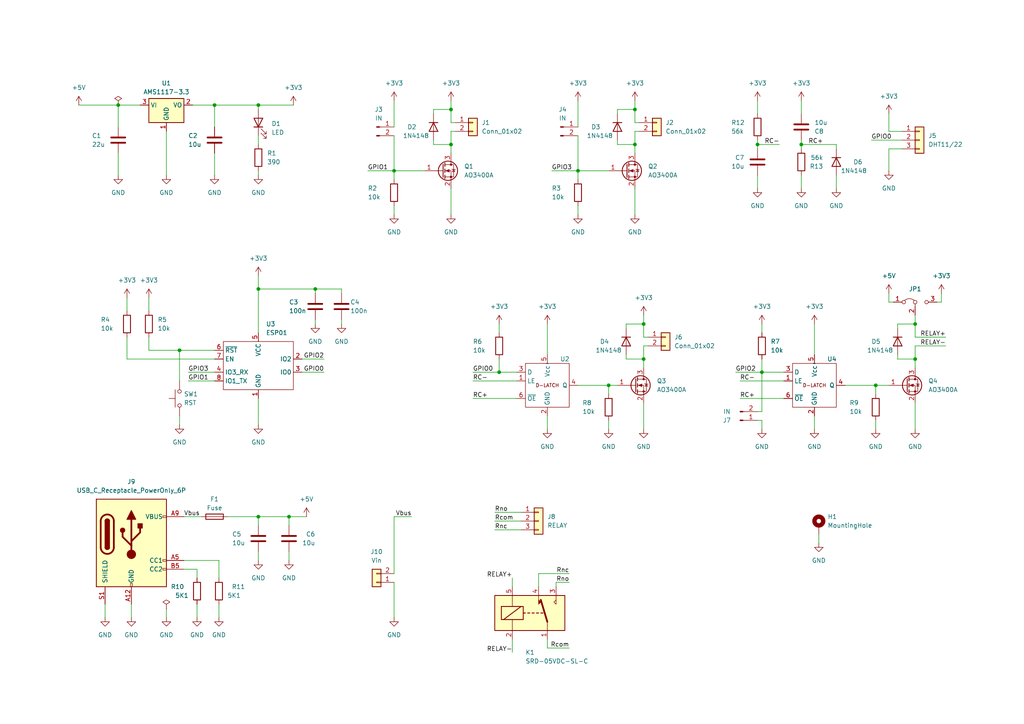
<source format=kicad_sch>
(kicad_sch (version 20230121) (generator eeschema)
  (paper "A4")
  (title_block (title "ESP01 Board") (date "2024-06-12") (rev "Rev 1.0") (company "Alan Masutti"))
  (lib_symbols
    (symbol "Connector:Conn_01x02_Pin" (pin_names (offset 1.016) hide)
      (property "Reference" "J" (at 0 2.54 0))
      (property "Value" "Conn_01x02_Pin" (at 0 -5.08 0))
      (symbol "Conn_01x02_Pin_1_1"
        (polyline (pts (xy 1.27 -2.54) (xy 0.8636 -2.54)) (stroke (width 0.1524)))
        (polyline (pts (xy 1.27 0) (xy 0.8636 0)) (stroke (width 0.1524)))
        (rectangle (start 0.8636 -2.413) (end 0 -2.667) (stroke (width 0.1524)) (fill (type outline)))
        (rectangle (start 0.8636 0.127) (end 0 -0.127) (stroke (width 0.1524)) (fill (type outline)))
        (pin passive line (at 5.08 0 180) (length 3.81) (name "Pin_1") (number "1"))
        (pin passive line (at 5.08 -2.54 180) (length 3.81) (name "Pin_2") (number "2"))
      )
    )
    (symbol "Connector:USB_C_Receptacle_PowerOnly_6P" (pin_names (offset 1.016))
      (property "Reference" "J" (at 0 16.51 0))
      (property "Value" "USB_C_Receptacle_PowerOnly_6P" (at 0 13.97 0))
      (symbol "USB_C_Receptacle_PowerOnly_6P_0_0"
        (rectangle (start -0.254 -12.7) (end 0.254 -11.684))
        (rectangle (start 10.16 -7.366) (end 9.144 -7.874))
        (rectangle (start 10.16 -4.826) (end 9.144 -5.334))
        (rectangle (start 10.16 7.874) (end 9.144 7.366))
      )
      (symbol "USB_C_Receptacle_PowerOnly_6P_0_1"
        (rectangle (start -10.16 12.7) (end 10.16 -12.7) (stroke (width 0.254)) (fill (type background)))
        (arc (start -8.89 -1.27) (mid -6.985 -3.1667) (end -5.08 -1.27) (stroke (width 0.508)))
        (arc (start -7.62 -1.27) (mid -6.985 -1.9023) (end -6.35 -1.27) (stroke (width 0.254)))
        (arc (start -7.62 -1.27) (mid -6.985 -1.9023) (end -6.35 -1.27) (stroke (width 0.254)) (fill (type outline)))
        (rectangle (start -7.62 -1.27) (end -6.35 6.35) (stroke (width 0.254)) (fill (type outline)))
        (arc (start -6.35 6.35) (mid -6.985 6.9823) (end -7.62 6.35) (stroke (width 0.254)))
        (arc (start -6.35 6.35) (mid -6.985 6.9823) (end -7.62 6.35) (stroke (width 0.254)) (fill (type outline)))
        (arc (start -5.08 6.35) (mid -6.985 8.2467) (end -8.89 6.35) (stroke (width 0.508)))
        (circle (center -2.54 3.683) (radius 0.635) (stroke (width 0.254)) (fill (type outline)))
        (circle (center 0 -3.302) (radius 1.27) (fill (type outline)))
        (polyline (pts (xy -8.89 -1.27) (xy -8.89 6.35)) (stroke (width 0.508)))
        (polyline (pts (xy -5.08 6.35) (xy -5.08 -1.27)) (stroke (width 0.508)))
        (polyline (pts (xy 0 -3.302) (xy 0 6.858)) (stroke (width 0.508)))
        (polyline (pts (xy 0 -0.762) (xy -2.54 1.778) (xy -2.54 3.048)) (stroke (width 0.508)))
        (polyline (pts (xy 0 0.508) (xy 2.54 3.048) (xy 2.54 4.318)) (stroke (width 0.508)))
        (polyline (pts (xy -1.27 6.858) (xy 0 9.398) (xy 1.27 6.858) (xy -1.27 6.858)) (stroke (width 0.254)) (fill (type outline)))
        (rectangle (start 1.905 4.318) (end 3.175 5.588) (stroke (width 0.254)) (fill (type outline)))
      )
      (symbol "USB_C_Receptacle_PowerOnly_6P_1_1"
        (pin passive line (at 0 -17.78 90) (length 5.08) (name "GND") (number "A12"))
        (pin bidirectional line (at 15.24 -5.08 180) (length 5.08) (name "CC1") (number "A5"))
        (pin passive line (at 15.24 7.62 180) (length 5.08) (name "VBUS") (number "A9"))
        (pin passive line (at 0 -17.78 90) (length 5.08) hide (name "GND") (number "B12"))
        (pin bidirectional line (at 15.24 -7.62 180) (length 5.08) (name "CC2") (number "B5"))
        (pin passive line (at 15.24 7.62 180) (length 5.08) hide (name "VBUS") (number "B9"))
        (pin passive line (at -7.62 -17.78 90) (length 5.08) (name "SHIELD") (number "S1"))
      )
    )
    (symbol "Connector_Generic:Conn_01x02" (pin_names (offset 1.016) hide)
      (property "Reference" "J" (at 0 2.54 0))
      (property "Value" "Conn_01x02" (at 0 -5.08 0))
      (symbol "Conn_01x02_1_1"
        (rectangle (start -1.27 -2.413) (end 0 -2.667) (stroke (width 0.1524)))
        (rectangle (start -1.27 0.127) (end 0 -0.127) (stroke (width 0.1524)))
        (rectangle (start -1.27 1.27) (end 1.27 -3.81) (stroke (width 0.254)) (fill (type background)))
        (pin passive line (at -5.08 0 0) (length 3.81) (name "Pin_1") (number "1"))
        (pin passive line (at -5.08 -2.54 0) (length 3.81) (name "Pin_2") (number "2"))
      )
    )
    (symbol "Connector_Generic:Conn_01x03" (pin_names (offset 1.016) hide)
      (property "Reference" "J" (at 0 5.08 0))
      (property "Value" "Conn_01x03" (at 0 -5.08 0))
      (symbol "Conn_01x03_1_1"
        (rectangle (start -1.27 -2.413) (end 0 -2.667) (stroke (width 0.1524)))
        (rectangle (start -1.27 0.127) (end 0 -0.127) (stroke (width 0.1524)))
        (rectangle (start -1.27 2.667) (end 0 2.413) (stroke (width 0.1524)))
        (rectangle (start -1.27 3.81) (end 1.27 -3.81) (stroke (width 0.254)) (fill (type background)))
        (pin passive line (at -5.08 2.54 0) (length 3.81) (name "Pin_1") (number "1"))
        (pin passive line (at -5.08 0 0) (length 3.81) (name "Pin_2") (number "2"))
        (pin passive line (at -5.08 -2.54 0) (length 3.81) (name "Pin_3") (number "3"))
      )
    )
    (symbol "Device:C" (pin_numbers hide) (pin_names (offset 0.254))
      (property "Reference" "C" (at 0.635 2.54 0))
      (property "Value" "C" (at 0.635 -2.54 0))
      (symbol "C_0_1"
        (polyline (pts (xy -2.032 -0.762) (xy 2.032 -0.762)) (stroke (width 0.508)))
        (polyline (pts (xy -2.032 0.762) (xy 2.032 0.762)) (stroke (width 0.508)))
      )
      (symbol "C_1_1"
        (pin passive line (at 0 3.81 270) (length 2.794) (name "~") (number "1"))
        (pin passive line (at 0 -3.81 90) (length 2.794) (name "~") (number "2"))
      )
    )
    (symbol "Device:Fuse" (pin_numbers hide) (pin_names (offset 0))
      (property "Reference" "F" (at 2.032 0 90))
      (property "Value" "Fuse" (at -1.905 0 90))
      (symbol "Fuse_0_1"
        (rectangle (start -0.762 -2.54) (end 0.762 2.54) (stroke (width 0.254)))
        (polyline (pts (xy 0 2.54) (xy 0 -2.54)))
      )
      (symbol "Fuse_1_1"
        (pin passive line (at 0 3.81 270) (length 1.27) (name "~") (number "1"))
        (pin passive line (at 0 -3.81 90) (length 1.27) (name "~") (number "2"))
      )
    )
    (symbol "Device:LED" (pin_numbers hide) (pin_names (offset 1.016) hide)
      (property "Reference" "D" (at 0 2.54 0))
      (property "Value" "LED" (at 0 -2.54 0))
      (symbol "LED_0_1"
        (polyline (pts (xy -1.27 -1.27) (xy -1.27 1.27)) (stroke (width 0.254)))
        (polyline (pts (xy -1.27 0) (xy 1.27 0)))
        (polyline (pts (xy 1.27 -1.27) (xy 1.27 1.27) (xy -1.27 0) (xy 1.27 -1.27)) (stroke (width 0.254)))
        (polyline (pts (xy -3.048 -0.762) (xy -4.572 -2.286) (xy -3.81 -2.286) (xy -4.572 -2.286) (xy -4.572 -1.524)))
        (polyline (pts (xy -1.778 -0.762) (xy -3.302 -2.286) (xy -2.54 -2.286) (xy -3.302 -2.286) (xy -3.302 -1.524)))
      )
      (symbol "LED_1_1"
        (pin passive line (at -3.81 0 0) (length 2.54) (name "K") (number "1"))
        (pin passive line (at 3.81 0 180) (length 2.54) (name "A") (number "2"))
      )
    )
    (symbol "Device:R" (pin_numbers hide) (pin_names (offset 0))
      (property "Reference" "R" (at 2.032 0 90))
      (property "Value" "R" (at 0 0 90))
      (symbol "R_0_1"
        (rectangle (start -1.016 -2.54) (end 1.016 2.54) (stroke (width 0.254)))
      )
      (symbol "R_1_1"
        (pin passive line (at 0 3.81 270) (length 1.27) (name "~") (number "1"))
        (pin passive line (at 0 -3.81 90) (length 1.27) (name "~") (number "2"))
      )
    )
    (symbol "Diode:1N4148" (pin_numbers hide) (pin_names hide)
      (property "Reference" "D" (at 0 2.54 0))
      (property "Value" "1N4148" (at 0 -2.54 0))
      (symbol "1N4148_0_1"
        (polyline (pts (xy -1.27 1.27) (xy -1.27 -1.27)) (stroke (width 0.254)))
        (polyline (pts (xy 1.27 0) (xy -1.27 0)))
        (polyline (pts (xy 1.27 1.27) (xy 1.27 -1.27) (xy -1.27 0) (xy 1.27 1.27)) (stroke (width 0.254)))
      )
      (symbol "1N4148_1_1"
        (pin passive line (at -3.81 0 0) (length 2.54) (name "K") (number "1"))
        (pin passive line (at 3.81 0 180) (length 2.54) (name "A") (number "2"))
      )
    )
    (symbol "Jumper:Jumper_3_Bridged12" (pin_names (offset 0) hide)
      (property "Reference" "JP" (at -2.54 -2.54 0))
      (property "Value" "Jumper_3_Bridged12" (at 0 2.794 0))
      (symbol "Jumper_3_Bridged12_0_0"
        (circle (center -3.302 0) (radius 0.508))
        (circle (center 0 0) (radius 0.508))
        (circle (center 3.302 0) (radius 0.508))
      )
      (symbol "Jumper_3_Bridged12_0_1"
        (arc (start -0.254 0.508) (mid -1.651 0.9912) (end -3.048 0.508))
        (polyline (pts (xy 0 -1.27) (xy 0 -0.508)))
      )
      (symbol "Jumper_3_Bridged12_1_1"
        (pin passive line (at -6.35 0 0) (length 2.54) (name "A") (number "1"))
        (pin passive line (at 0 -3.81 90) (length 2.54) (name "C") (number "2"))
        (pin passive line (at 6.35 0 180) (length 2.54) (name "B") (number "3"))
      )
    )
    (symbol "Mechanical:MountingHole_Pad" (pin_numbers hide) (pin_names (offset 1.016) hide)
      (property "Reference" "H" (at 0 6.35 0))
      (property "Value" "MountingHole_Pad" (at 0 4.445 0))
      (symbol "MountingHole_Pad_0_1"
        (circle (center 0 1.27) (radius 1.27) (stroke (width 1.27)))
      )
      (symbol "MountingHole_Pad_1_1"
        (pin input line (at 0 -2.54 90) (length 2.54) (name "1") (number "1"))
      )
    )
    (symbol "PersonalLibrary:74AUP1G373"
      (property "Reference" "U" (at 6.35 2.54 0))
      (symbol "74AUP1G373_0_1"
        (rectangle (start -6.35 0) (end 6.35 -12.7))
      )
      (symbol "74AUP1G373_1_1"
        (text "D-LATCH" (at 0 -6.35 0) (effects (font (size 1 1))))
        (pin input line (at -8.89 -5.08 0) (length 2.54) (name "LE") (number "1"))
        (pin power_in line (at 0 -15.24 90) (length 2.54) (name "GND") (number "2"))
        (pin input line (at -8.89 -2.54 0) (length 2.54) (name "D") (number "3"))
        (pin output line (at 8.89 -6.35 180) (length 2.54) (name "Q") (number "4"))
        (pin power_in line (at 0 2.54 270) (length 2.54) (name "Vcc") (number "5"))
        (pin input line (at -8.89 -10.16 0) (length 2.54) (name "~{OE}") (number "6"))
      )
    )
    (symbol "PersonalLibrary:ESP-01"
      (property "Reference" "U" (at 3.81 3.81 0))
      (property "Value" "ESP01" (at 6.35 1.27 0))
      (symbol "ESP-01_0_1"
        (rectangle (start -10.16 0) (end 10.16 -13.97))
      )
      (symbol "ESP-01_1_1"
        (pin power_in line (at 0 -16.51 90) (length 2.54) (name "GND") (number "1"))
        (pin bidirectional line (at 12.7 -5.08 180) (length 2.54) (name "IO2") (number "2"))
        (pin bidirectional line (at 12.7 -8.89 180) (length 2.54) (name "IO0") (number "3"))
        (pin bidirectional line (at -12.7 -8.89 0) (length 2.54) (name "IO3_RX") (number "4"))
        (pin power_in line (at 0 2.54 270) (length 2.54) (name "VCC") (number "5"))
        (pin input line (at -12.7 -2.54 0) (length 2.54) (name "~{RST}") (number "6"))
        (pin input line (at -12.7 -5.08 0) (length 2.54) (name "EN") (number "7"))
        (pin bidirectional line (at -12.7 -11.43 0) (length 2.54) (name "IO1_TX") (number "8"))
      )
    )
    (symbol "Regulator_Linear:AMS1117-3.3"
      (property "Reference" "U" (at -3.81 3.175 0))
      (property "Value" "AMS1117-3.3" (at 0 3.175 0))
      (symbol "AMS1117-3.3_0_1"
        (rectangle (start -5.08 -5.08) (end 5.08 1.905) (stroke (width 0.254)) (fill (type background)))
      )
      (symbol "AMS1117-3.3_1_1"
        (pin power_in line (at 0 -7.62 90) (length 2.54) (name "GND") (number "1"))
        (pin power_out line (at 7.62 0 180) (length 2.54) (name "VO") (number "2"))
        (pin power_in line (at -7.62 0 0) (length 2.54) (name "VI") (number "3"))
      )
    )
    (symbol "Relay:SANYOU_SRD_Form_C"
      (property "Reference" "K" (at 11.43 3.81 0))
      (property "Value" "SANYOU_SRD_Form_C" (at 11.43 1.27 0))
      (symbol "SANYOU_SRD_Form_C_0_0"
        (polyline (pts (xy 7.62 5.08) (xy 7.62 2.54) (xy 6.985 3.175) (xy 7.62 3.81)))
      )
      (symbol "SANYOU_SRD_Form_C_0_1"
        (rectangle (start -10.16 5.08) (end 10.16 -5.08) (stroke (width 0.254)) (fill (type background)))
        (rectangle (start -8.255 1.905) (end -1.905 -1.905) (stroke (width 0.254)))
        (polyline (pts (xy -7.62 -1.905) (xy -2.54 1.905)) (stroke (width 0.254)))
        (polyline (pts (xy -5.08 -5.08) (xy -5.08 -1.905)))
        (polyline (pts (xy -5.08 5.08) (xy -5.08 1.905)))
        (polyline (pts (xy -1.905 0) (xy -1.27 0)) (stroke (width 0.254)))
        (polyline (pts (xy -0.635 0) (xy 0 0)) (stroke (width 0.254)))
        (polyline (pts (xy 0.635 0) (xy 1.27 0)) (stroke (width 0.254)))
        (polyline (pts (xy 1.905 0) (xy 2.54 0)) (stroke (width 0.254)))
        (polyline (pts (xy 3.175 0) (xy 3.81 0)) (stroke (width 0.254)))
        (polyline (pts (xy 5.08 -2.54) (xy 3.175 3.81)) (stroke (width 0.508)))
        (polyline (pts (xy 5.08 -2.54) (xy 5.08 -5.08)))
      )
      (symbol "SANYOU_SRD_Form_C_1_1"
        (polyline (pts (xy 2.54 3.81) (xy 3.175 3.175) (xy 2.54 2.54) (xy 2.54 5.08)) (fill (type outline)))
        (pin passive line (at 5.08 -7.62 90) (length 2.54) (name "~") (number "1"))
        (pin passive line (at -5.08 -7.62 90) (length 2.54) (name "~") (number "2"))
        (pin passive line (at 7.62 7.62 270) (length 2.54) (name "~") (number "3"))
        (pin passive line (at 2.54 7.62 270) (length 2.54) (name "~") (number "4"))
        (pin passive line (at -5.08 7.62 270) (length 2.54) (name "~") (number "5"))
      )
    )
    (symbol "Switch:SW_Push" (pin_numbers hide) (pin_names (offset 1.016) hide)
      (property "Reference" "SW" (at 1.27 2.54 0))
      (property "Value" "SW_Push" (at 0 -1.524 0))
      (symbol "SW_Push_0_1"
        (circle (center -2.032 0) (radius 0.508))
        (polyline (pts (xy 0 1.27) (xy 0 3.048)))
        (polyline (pts (xy 2.54 1.27) (xy -2.54 1.27)))
        (circle (center 2.032 0) (radius 0.508))
        (pin passive line (at -5.08 0 0) (length 2.54) (name "1") (number "1"))
        (pin passive line (at 5.08 0 180) (length 2.54) (name "2") (number "2"))
      )
    )
    (symbol "Transistor_FET:AO3400A" (pin_names hide)
      (property "Reference" "Q" (at 5.08 1.905 0))
      (property "Value" "AO3400A" (at 5.08 0 0))
      (symbol "AO3400A_0_1"
        (polyline (pts (xy 0.254 0) (xy -2.54 0)))
        (polyline (pts (xy 0.254 1.905) (xy 0.254 -1.905)) (stroke (width 0.254)))
        (polyline (pts (xy 0.762 -1.27) (xy 0.762 -2.286)) (stroke (width 0.254)))
        (polyline (pts (xy 0.762 0.508) (xy 0.762 -0.508)) (stroke (width 0.254)))
        (polyline (pts (xy 0.762 2.286) (xy 0.762 1.27)) (stroke (width 0.254)))
        (polyline (pts (xy 2.54 2.54) (xy 2.54 1.778)))
        (polyline (pts (xy 2.54 -2.54) (xy 2.54 0) (xy 0.762 0)))
        (polyline (pts (xy 0.762 -1.778) (xy 3.302 -1.778) (xy 3.302 1.778) (xy 0.762 1.778)))
        (polyline (pts (xy 1.016 0) (xy 2.032 0.381) (xy 2.032 -0.381) (xy 1.016 0)) (fill (type outline)))
        (polyline (pts (xy 2.794 0.508) (xy 2.921 0.381) (xy 3.683 0.381) (xy 3.81 0.254)))
        (polyline (pts (xy 3.302 0.381) (xy 2.921 -0.254) (xy 3.683 -0.254) (xy 3.302 0.381)))
        (circle (center 1.651 0) (radius 2.794) (stroke (width 0.254)))
        (circle (center 2.54 -1.778) (radius 0.254) (fill (type outline)))
        (circle (center 2.54 1.778) (radius 0.254) (fill (type outline)))
      )
      (symbol "AO3400A_1_1"
        (pin input line (at -5.08 0 0) (length 2.54) (name "G") (number "1"))
        (pin passive line (at 2.54 -5.08 90) (length 2.54) (name "S") (number "2"))
        (pin passive line (at 2.54 5.08 270) (length 2.54) (name "D") (number "3"))
      )
    )
    (symbol "power:+3V3" (power) (pin_names (offset 0))
      (property "Value" "+3V3" (at 0 3.556 0))
      (symbol "+3V3_0_1"
        (polyline (pts (xy -0.762 1.27) (xy 0 2.54)))
        (polyline (pts (xy 0 0) (xy 0 2.54)))
        (polyline (pts (xy 0 2.54) (xy 0.762 1.27)))
      )
      (symbol "+3V3_1_1"
        (pin power_in line (at 0 0 90) (length 0) hide (name "+3V3") (number "1"))
      )
    )
    (symbol "power:+5V" (power) (pin_names (offset 0))
      (property "Value" "+5V" (at 0 3.556 0))
      (symbol "+5V_0_1"
        (polyline (pts (xy -0.762 1.27) (xy 0 2.54)))
        (polyline (pts (xy 0 0) (xy 0 2.54)))
        (polyline (pts (xy 0 2.54) (xy 0.762 1.27)))
      )
      (symbol "+5V_1_1"
        (pin power_in line (at 0 0 90) (length 0) hide (name "+5V") (number "1"))
      )
    )
    (symbol "power:GND" (power) (pin_names (offset 0))
      (property "Value" "GND" (at 0 -3.81 0))
      (symbol "GND_0_1"
        (polyline (pts (xy 0 0) (xy 0 -1.27) (xy 1.27 -1.27) (xy 0 -2.54) (xy -1.27 -1.27) (xy 0 -1.27)))
      )
      (symbol "GND_1_1"
        (pin power_in line (at 0 0 270) (length 0) hide (name "GND") (number "1"))
      )
    )
    (symbol "power:PWR_FLAG" (power) (pin_numbers hide) (pin_names (offset 0) hide)
      (property "Value" "PWR_FLAG" (at 0 3.81 0))
      (symbol "PWR_FLAG_0_0"
        (pin power_out line (at 0 0 90) (length 0) (name "pwr") (number "1"))
      )
      (symbol "PWR_FLAG_0_1"
        (polyline (pts (xy 0 0) (xy 0 1.27) (xy -1.016 1.905) (xy 0 2.54) (xy 1.016 1.905) (xy 0 1.27)))
      )
    )
  )
  (junction (at 265.43 93.98))
  (junction (at 130.81 31.75))
  (junction (at 62.23 30.48))
  (junction (at 52.07 101.6))
  (junction (at 254 111.76))
  (junction (at 220.98 107.95))
  (junction (at 34.29 30.48))
  (junction (at 167.64 49.53))
  (junction (at 184.15 31.75))
  (junction (at 186.69 93.98))
  (junction (at 186.69 104.14))
  (junction (at 114.3 49.53))
  (junction (at 74.93 149.86))
  (junction (at 91.44 83.82))
  (junction (at 219.71 41.91))
  (junction (at 144.78 107.95))
  (junction (at 176.53 111.76))
  (junction (at 74.93 83.82))
  (junction (at 265.43 104.14))
  (junction (at 74.93 30.48))
  (junction (at 184.15 41.91))
  (junction (at 83.82 149.86))
  (junction (at 130.81 41.91))
  (junction (at 232.41 41.91))
  (wire (pts (xy 260.35 104.14) (xy 265.43 104.14)))
  (wire (pts (xy 232.41 41.91) (xy 232.41 40.64)))
  (wire (pts (xy 130.81 54.61) (xy 130.81 62.23)))
  (wire (pts (xy 265.43 100.33) (xy 265.43 104.14)))
  (wire (pts (xy 184.15 38.1) (xy 184.15 41.91)))
  (wire (pts (xy 48.26 38.1) (xy 48.26 50.8)))
  (wire (pts (xy 259.08 87.63) (xy 257.81 87.63)))
  (wire (pts (xy 62.23 104.14) (xy 36.83 104.14)))
  (wire (pts (xy 34.29 30.48) (xy 34.29 36.83)))
  (wire (pts (xy 91.44 92.71) (xy 91.44 93.98)))
  (wire (pts (xy 176.53 111.76) (xy 179.07 111.76)))
  (wire (pts (xy 74.93 49.53) (xy 74.93 50.8)))
  (wire (pts (xy 176.53 111.76) (xy 176.53 114.3)))
  (wire (pts (xy 219.71 41.91) (xy 219.71 43.18)))
  (wire (pts (xy 186.69 93.98) (xy 186.69 97.79)))
  (wire (pts (xy 186.69 91.44) (xy 186.69 93.98)))
  (wire (pts (xy 167.64 49.53) (xy 176.53 49.53)))
  (wire (pts (xy 261.62 43.18) (xy 257.81 43.18)))
  (wire (pts (xy 245.11 111.76) (xy 254 111.76)))
  (wire (pts (xy 99.06 92.71) (xy 99.06 93.98)))
  (wire (pts (xy 87.63 107.95) (xy 93.98 107.95)))
  (wire (pts (xy 34.29 44.45) (xy 34.29 50.8)))
  (wire (pts (xy 137.16 110.49) (xy 149.86 110.49)))
  (wire (pts (xy 160.02 49.53) (xy 167.64 49.53)))
  (wire (pts (xy 165.1 168.91) (xy 161.29 168.91)))
  (wire (pts (xy 184.15 31.75) (xy 184.15 35.56)))
  (wire (pts (xy 143.51 151.13) (xy 151.13 151.13)))
  (wire (pts (xy 167.64 49.53) (xy 167.64 52.07)))
  (wire (pts (xy 184.15 38.1) (xy 185.42 38.1)))
  (wire (pts (xy 167.64 59.69) (xy 167.64 62.23)))
  (wire (pts (xy 260.35 93.98) (xy 260.35 95.25)))
  (wire (pts (xy 260.35 93.98) (xy 265.43 93.98)))
  (wire (pts (xy 232.41 29.21) (xy 232.41 33.02)))
  (wire (pts (xy 106.68 49.53) (xy 114.3 49.53)))
  (wire (pts (xy 22.86 30.48) (xy 34.29 30.48)))
  (wire (pts (xy 130.81 29.21) (xy 130.81 31.75)))
  (wire (pts (xy 83.82 160.02) (xy 83.82 162.56)))
  (wire (pts (xy 144.78 104.14) (xy 144.78 107.95)))
  (wire (pts (xy 74.93 83.82) (xy 74.93 96.52)))
  (wire (pts (xy 265.43 97.79) (xy 274.32 97.79)))
  (wire (pts (xy 176.53 121.92) (xy 176.53 124.46)))
  (wire (pts (xy 237.49 154.94) (xy 237.49 157.48)))
  (wire (pts (xy 214.63 110.49) (xy 227.33 110.49)))
  (wire (pts (xy 130.81 35.56) (xy 132.08 35.56)))
  (wire (pts (xy 99.06 83.82) (xy 91.44 83.82)))
  (wire (pts (xy 265.43 100.33) (xy 274.32 100.33)))
  (wire (pts (xy 220.98 124.46) (xy 220.98 121.92)))
  (wire (pts (xy 167.64 39.37) (xy 167.64 49.53)))
  (wire (pts (xy 184.15 54.61) (xy 184.15 62.23)))
  (wire (pts (xy 83.82 152.4) (xy 83.82 149.86)))
  (wire (pts (xy 66.04 149.86) (xy 74.93 149.86)))
  (wire (pts (xy 236.22 93.98) (xy 236.22 102.87)))
  (wire (pts (xy 219.71 119.38) (xy 220.98 119.38)))
  (wire (pts (xy 220.98 93.98) (xy 220.98 96.52)))
  (wire (pts (xy 114.3 49.53) (xy 114.3 52.07)))
  (wire (pts (xy 74.93 83.82) (xy 91.44 83.82)))
  (wire (pts (xy 181.61 104.14) (xy 186.69 104.14)))
  (wire (pts (xy 36.83 86.36) (xy 36.83 90.17)))
  (wire (pts (xy 57.15 175.26) (xy 57.15 179.07)))
  (wire (pts (xy 273.05 87.63) (xy 271.78 87.63)))
  (wire (pts (xy 52.07 120.65) (xy 52.07 123.19)))
  (wire (pts (xy 252.73 40.64) (xy 261.62 40.64)))
  (wire (pts (xy 53.34 162.56) (xy 63.5 162.56)))
  (wire (pts (xy 36.83 104.14) (xy 36.83 97.79)))
  (wire (pts (xy 236.22 120.65) (xy 236.22 124.46)))
  (wire (pts (xy 125.73 31.75) (xy 130.81 31.75)))
  (wire (pts (xy 219.71 41.91) (xy 226.06 41.91)))
  (wire (pts (xy 265.43 116.84) (xy 265.43 124.46)))
  (wire (pts (xy 130.81 38.1) (xy 132.08 38.1)))
  (wire (pts (xy 254 121.92) (xy 254 124.46)))
  (wire (pts (xy 43.18 101.6) (xy 52.07 101.6)))
  (wire (pts (xy 148.59 167.64) (xy 148.59 170.18)))
  (wire (pts (xy 119.38 149.86) (xy 114.3 149.86)))
  (wire (pts (xy 74.93 30.48) (xy 85.09 30.48)))
  (wire (pts (xy 74.93 80.01) (xy 74.93 83.82)))
  (wire (pts (xy 114.3 39.37) (xy 114.3 49.53)))
  (wire (pts (xy 186.69 100.33) (xy 186.69 104.14)))
  (wire (pts (xy 74.93 149.86) (xy 83.82 149.86)))
  (wire (pts (xy 114.3 168.91) (xy 114.3 179.07)))
  (wire (pts (xy 143.51 153.67) (xy 151.13 153.67)))
  (wire (pts (xy 232.41 41.91) (xy 242.57 41.91)))
  (wire (pts (xy 114.3 149.86) (xy 114.3 166.37)))
  (wire (pts (xy 214.63 115.57) (xy 227.33 115.57)))
  (wire (pts (xy 232.41 50.8) (xy 232.41 54.61)))
  (wire (pts (xy 158.75 187.96) (xy 158.75 185.42)))
  (wire (pts (xy 130.81 41.91) (xy 130.81 44.45)))
  (wire (pts (xy 179.07 31.75) (xy 184.15 31.75)))
  (wire (pts (xy 52.07 101.6) (xy 52.07 110.49)))
  (wire (pts (xy 265.43 104.14) (xy 265.43 106.68)))
  (wire (pts (xy 257.81 38.1) (xy 261.62 38.1)))
  (wire (pts (xy 219.71 50.8) (xy 219.71 54.61)))
  (wire (pts (xy 91.44 85.09) (xy 91.44 83.82)))
  (wire (pts (xy 38.1 175.26) (xy 38.1 179.07)))
  (wire (pts (xy 257.81 43.18) (xy 257.81 49.53)))
  (wire (pts (xy 179.07 41.91) (xy 184.15 41.91)))
  (wire (pts (xy 99.06 85.09) (xy 99.06 83.82)))
  (wire (pts (xy 143.51 148.59) (xy 151.13 148.59)))
  (wire (pts (xy 158.75 120.65) (xy 158.75 124.46)))
  (wire (pts (xy 74.93 160.02) (xy 74.93 162.56)))
  (wire (pts (xy 219.71 40.64) (xy 219.71 41.91)))
  (wire (pts (xy 165.1 187.96) (xy 158.75 187.96)))
  (wire (pts (xy 125.73 41.91) (xy 130.81 41.91)))
  (wire (pts (xy 57.15 165.1) (xy 57.15 167.64)))
  (wire (pts (xy 144.78 107.95) (xy 149.86 107.95)))
  (wire (pts (xy 53.34 149.86) (xy 58.42 149.86)))
  (wire (pts (xy 186.69 100.33) (xy 187.96 100.33)))
  (wire (pts (xy 184.15 35.56) (xy 185.42 35.56)))
  (wire (pts (xy 186.69 116.84) (xy 186.69 124.46)))
  (wire (pts (xy 179.07 31.75) (xy 179.07 33.02)))
  (wire (pts (xy 54.61 107.95) (xy 62.23 107.95)))
  (wire (pts (xy 254 111.76) (xy 257.81 111.76)))
  (wire (pts (xy 257.81 33.02) (xy 257.81 38.1)))
  (wire (pts (xy 232.41 43.18) (xy 232.41 41.91)))
  (wire (pts (xy 219.71 29.21) (xy 219.71 33.02)))
  (wire (pts (xy 184.15 41.91) (xy 184.15 44.45)))
  (wire (pts (xy 40.64 30.48) (xy 34.29 30.48)))
  (wire (pts (xy 63.5 167.64) (xy 63.5 162.56)))
  (wire (pts (xy 43.18 97.79) (xy 43.18 101.6)))
  (wire (pts (xy 265.43 91.44) (xy 265.43 93.98)))
  (wire (pts (xy 52.07 101.6) (xy 62.23 101.6)))
  (wire (pts (xy 181.61 93.98) (xy 181.61 95.25)))
  (wire (pts (xy 54.61 110.49) (xy 62.23 110.49)))
  (wire (pts (xy 213.36 107.95) (xy 220.98 107.95)))
  (wire (pts (xy 156.21 170.18) (xy 156.21 166.37)))
  (wire (pts (xy 130.81 38.1) (xy 130.81 41.91)))
  (wire (pts (xy 167.64 111.76) (xy 176.53 111.76)))
  (wire (pts (xy 161.29 168.91) (xy 161.29 170.18)))
  (wire (pts (xy 130.81 31.75) (xy 130.81 35.56)))
  (wire (pts (xy 87.63 104.14) (xy 93.98 104.14)))
  (wire (pts (xy 167.64 29.21) (xy 167.64 36.83)))
  (wire (pts (xy 30.48 175.26) (xy 30.48 179.07)))
  (wire (pts (xy 158.75 93.98) (xy 158.75 102.87)))
  (wire (pts (xy 220.98 104.14) (xy 220.98 107.95)))
  (wire (pts (xy 254 111.76) (xy 254 114.3)))
  (wire (pts (xy 220.98 107.95) (xy 220.98 119.38)))
  (wire (pts (xy 62.23 30.48) (xy 62.23 36.83)))
  (wire (pts (xy 260.35 102.87) (xy 260.35 104.14)))
  (wire (pts (xy 74.93 39.37) (xy 74.93 41.91)))
  (wire (pts (xy 144.78 93.98) (xy 144.78 96.52)))
  (wire (pts (xy 114.3 49.53) (xy 123.19 49.53)))
  (wire (pts (xy 184.15 29.21) (xy 184.15 31.75)))
  (wire (pts (xy 137.16 107.95) (xy 144.78 107.95)))
  (wire (pts (xy 179.07 40.64) (xy 179.07 41.91)))
  (wire (pts (xy 242.57 50.8) (xy 242.57 54.61)))
  (wire (pts (xy 257.81 87.63) (xy 257.81 85.09)))
  (wire (pts (xy 186.69 104.14) (xy 186.69 106.68)))
  (wire (pts (xy 114.3 59.69) (xy 114.3 62.23)))
  (wire (pts (xy 220.98 121.92) (xy 219.71 121.92)))
  (wire (pts (xy 53.34 165.1) (xy 57.15 165.1)))
  (wire (pts (xy 186.69 97.79) (xy 187.96 97.79)))
  (wire (pts (xy 62.23 44.45) (xy 62.23 50.8)))
  (wire (pts (xy 181.61 93.98) (xy 186.69 93.98)))
  (wire (pts (xy 125.73 40.64) (xy 125.73 41.91)))
  (wire (pts (xy 62.23 30.48) (xy 74.93 30.48)))
  (wire (pts (xy 63.5 175.26) (xy 63.5 179.07)))
  (wire (pts (xy 55.88 30.48) (xy 62.23 30.48)))
  (wire (pts (xy 242.57 43.18) (xy 242.57 41.91)))
  (wire (pts (xy 156.21 166.37) (xy 165.1 166.37)))
  (wire (pts (xy 148.59 185.42) (xy 148.59 189.23)))
  (wire (pts (xy 125.73 31.75) (xy 125.73 33.02)))
  (wire (pts (xy 74.93 149.86) (xy 74.93 152.4)))
  (wire (pts (xy 265.43 93.98) (xy 265.43 97.79)))
  (wire (pts (xy 114.3 29.21) (xy 114.3 36.83)))
  (wire (pts (xy 43.18 86.36) (xy 43.18 90.17)))
  (wire (pts (xy 74.93 115.57) (xy 74.93 123.19)))
  (wire (pts (xy 220.98 107.95) (xy 227.33 107.95)))
  (wire (pts (xy 137.16 115.57) (xy 149.86 115.57)))
  (wire (pts (xy 83.82 149.86) (xy 88.9 149.86)))
  (wire (pts (xy 181.61 102.87) (xy 181.61 104.14)))
  (wire (pts (xy 48.26 176.53) (xy 48.26 179.07)))
  (wire (pts (xy 74.93 30.48) (xy 74.93 31.75)))
  (wire (pts (xy 273.05 85.09) (xy 273.05 87.63)))
  (label "Rno" (at 165.1 168.91 180))
  (label "RC+" (at 214.63 115.57 0))
  (label "GPIO3" (at 160.02 49.53 0))
  (label "RELAY-" (at 274.32 100.33 180))
  (label "GPIO0" (at 137.16 107.95 0))
  (label "GPIO3" (at 54.61 107.95 0))
  (label "GPIO2" (at 213.36 107.95 0))
  (label "RELAY-" (at 148.59 189.23 180))
  (label "Rno" (at 143.51 148.59 0))
  (label "Vbus" (at 119.38 149.86 180))
  (label "RC-" (at 137.16 110.49 0))
  (label "GPIO1" (at 54.61 110.49 0))
  (label "Vbus" (at 53.34 149.86 0))
  (label "RC-" (at 226.06 41.91 180))
  (label "Rnc" (at 165.1 166.37 180))
  (label "GPIO0" (at 252.73 40.64 0))
  (label "GPIO0" (at 93.98 107.95 180))
  (label "GPIO2" (at 93.98 104.14 180))
  (label "Rnc" (at 143.51 153.67 0))
  (label "RC+" (at 238.76 41.91 180))
  (label "Rcom" (at 143.51 151.13 0))
  (label "RC-" (at 214.63 110.49 0))
  (label "RELAY+" (at 148.59 167.64 180))
  (label "RELAY+" (at 274.32 97.79 180))
  (label "RC+" (at 137.16 115.57 0))
  (label "Rcom" (at 165.1 187.96 180))
  (label "GPIO1" (at 106.68 49.53 0))
  (symbol (lib_id "Device:R") (at 43.18 93.98 0) (unit 1)
    (property "Reference" "R5" (at 45.72 92.71 0) (effects (justify left)))
    (property "Value" "10k" (at 45.72 95.25 0) (effects (justify left)))
    (property "Footprint" "Resistor_SMD:R_0805_2012Metric" (effects hide))
  )
  (symbol (lib_id "Connector_Generic:Conn_01x02") (at 109.22 168.91 180) (unit 1)
    (property "Reference" "J10" (at 109.22 160.02 0))
    (property "Value" "Vin" (at 109.22 162.56 0))
    (property "Footprint" "Connector_PinHeader_2.54mm:PinHeader_1x02_P2.54mm_Vertical" (effects hide))
  )
  (symbol (lib_id "power:+3V3") (at 219.71 29.21 0) (unit 1)
    (property "Reference" "#PWR048" (effects hide))
    (property "Value" "+3V3" (at 219.71 24.13 0))
  )
  (symbol (lib_id "power:+3V3") (at 114.3 29.21 0) (unit 1)
    (property "Reference" "#PWR01" (effects hide))
    (property "Value" "+3V3" (at 114.3 24.13 0))
  )
  (symbol (lib_id "Device:R") (at 74.93 45.72 0) (unit 1)
    (property "Reference" "R1" (at 77.47 44.45 0) (effects (justify left)))
    (property "Value" "390" (at 77.47 46.99 0) (effects (justify left)))
    (property "Footprint" "Resistor_SMD:R_0805_2012Metric" (effects hide))
  )
  (symbol (lib_id "power:+3V3") (at 184.15 29.21 0) (unit 1)
    (property "Reference" "#PWR04" (effects hide))
    (property "Value" "+3V3" (at 184.15 24.13 0))
  )
  (symbol (lib_id "Device:R") (at 232.41 46.99 180) (unit 1)
    (property "Reference" "R13" (at 238.76 48.26 0) (effects (justify left)))
    (property "Value" "56k" (at 238.76 45.72 0) (effects (justify left)))
    (property "Footprint" "Resistor_SMD:R_0805_2012Metric" (effects hide))
  )
  (symbol (lib_id "Device:C") (at 99.06 88.9 0) (unit 1)
    (property "Reference" "C4" (at 101.6 87.63 0) (effects (justify left)))
    (property "Value" "100n" (at 101.6 90.17 0) (effects (justify left)))
    (property "Footprint" "Capacitor_SMD:C_0805_2012Metric" (effects hide))
  )
  (symbol (lib_id "power:+3V3") (at 130.81 29.21 0) (unit 1)
    (property "Reference" "#PWR02" (effects hide))
    (property "Value" "+3V3" (at 130.81 24.13 0))
  )
  (symbol (lib_id "power:GND") (at 186.69 124.46 0) (unit 1)
    (property "Reference" "#PWR033" (effects hide))
    (property "Value" "GND" (at 186.69 129.54 0))
  )
  (symbol (lib_id "power:PWR_FLAG") (at 48.26 176.53 0) (unit 1)
    (property "Reference" "#FLG02" (effects hide))
    (property "Value" "PWR_FLAG" (effects hide))
  )
  (symbol (lib_id "Device:C") (at 219.71 46.99 0) (mirror y) (unit 1)
    (property "Reference" "C7" (at 215.9 45.72 0) (effects (justify left)))
    (property "Value" "10u" (at 215.9 48.26 0) (effects (justify left)))
    (property "Footprint" "Capacitor_SMD:C_0805_2012Metric" (effects hide))
  )
  (symbol (lib_id "Device:C") (at 83.82 156.21 0) (mirror y) (unit 1)
    (property "Reference" "C6" (at 91.44 154.94 0) (effects (justify left)))
    (property "Value" "10u" (at 91.44 157.48 0) (effects (justify left)))
    (property "Footprint" "Capacitor_SMD:C_0805_2012Metric" (effects hide))
  )
  (symbol (lib_id "power:GND") (at 254 124.46 0) (unit 1)
    (property "Reference" "#PWR035" (effects hide))
    (property "Value" "GND" (at 254 129.54 0))
  )
  (symbol (lib_id "power:GND") (at 236.22 124.46 0) (unit 1)
    (property "Reference" "#PWR047" (effects hide))
    (property "Value" "GND" (at 236.22 129.54 0))
  )
  (symbol (lib_id "Diode:1N4148") (at 242.57 46.99 90) (mirror x) (unit 1)
    (property "Reference" "D6" (at 250.19 46.99 90) (effects (justify left)))
    (property "Value" "1N4148" (at 251.46 49.53 90) (effects (justify left)))
    (property "Footprint" "Diode_SMD:D_SOD-123" (effects hide))
    (property "Datasheet" "https://assets.nexperia.com/documents/data-sheet/1N4148_1N4448.pdf" (effects hide))
    (property "Sim.Device" "D" (effects hide))
    (property "Sim.Pins" "1=K 2=A" (effects hide))
  )
  (symbol (lib_id "power:+3V3") (at 85.09 30.48 0) (unit 1)
    (property "Reference" "#PWR06" (effects hide))
    (property "Value" "+3V3" (at 85.09 25.4 0))
  )
  (symbol (lib_id "Connector:USB_C_Receptacle_PowerOnly_6P") (at 38.1 157.48 0) (unit 1)
    (property "Reference" "J9" (at 38.1 139.7 0))
    (property "Value" "USB_C_Receptacle_PowerOnly_6P" (at 38.1 142.24 0))
    (property "Footprint" "Connector_USB:USB_C_Receptacle_GCT_USB4125-xx-x_6P_TopMnt_Horizontal" (effects hide))
    (property "Datasheet" "https://www.usb.org/sites/default/files/documents/usb_type-c.zip" (effects hide))
  )
  (symbol (lib_id "power:+3V3") (at 144.78 93.98 0) (unit 1)
    (property "Reference" "#PWR028" (effects hide))
    (property "Value" "+3V3" (at 144.78 88.9 0))
  )
  (symbol (lib_id "power:GND") (at 74.93 50.8 0) (unit 1)
    (property "Reference" "#PWR012" (effects hide))
    (property "Value" "GND" (at 74.93 55.88 0))
  )
  (symbol (lib_id "power:GND") (at 219.71 54.61 0) (unit 1)
    (property "Reference" "#PWR049" (effects hide))
    (property "Value" "GND" (at 219.71 59.69 0))
  )
  (symbol (lib_id "Device:R") (at 63.5 171.45 0) (mirror y) (unit 1)
    (property "Reference" "R11" (at 71.12 170.18 0) (effects (justify left)))
    (property "Value" "5K1" (at 69.85 172.72 0) (effects (justify left)))
    (property "Footprint" "Resistor_SMD:R_0805_2012Metric" (effects hide))
  )
  (symbol (lib_id "Device:C") (at 62.23 40.64 0) (unit 1)
    (property "Reference" "C2" (at 54.61 39.37 0) (effects (justify left)))
    (property "Value" "10u" (at 54.61 41.91 0) (effects (justify left)))
    (property "Footprint" "Capacitor_SMD:C_0805_2012Metric" (effects hide))
  )
  (symbol (lib_id "Device:C") (at 74.93 156.21 0) (unit 1)
    (property "Reference" "C5" (at 67.31 154.94 0) (effects (justify left)))
    (property "Value" "10u" (at 67.31 157.48 0) (effects (justify left)))
    (property "Footprint" "Capacitor_SMD:C_0805_2012Metric" (effects hide))
  )
  (symbol (lib_id "Device:R") (at 220.98 100.33 0) (unit 1)
    (property "Reference" "R7" (at 223.52 99.06 0) (effects (justify left)))
    (property "Value" "10k" (at 223.52 101.6 0) (effects (justify left)))
    (property "Footprint" "Resistor_SMD:R_0805_2012Metric" (effects hide))
  )
  (symbol (lib_id "power:GND") (at 74.93 162.56 0) (unit 1)
    (property "Reference" "#PWR038" (effects hide))
    (property "Value" "GND" (at 74.93 167.64 0))
  )
  (symbol (lib_id "power:PWR_FLAG") (at 34.29 30.48 0) (unit 1)
    (property "Reference" "#FLG01" (effects hide))
    (property "Value" "PWR_FLAG" (effects hide))
  )
  (symbol (lib_id "Connector_Generic:Conn_01x03") (at 156.21 151.13 0) (unit 1)
    (property "Reference" "J8" (at 158.75 149.86 0) (effects (justify left)))
    (property "Value" "RELAY" (at 158.75 152.4 0) (effects (justify left)))
    (property "Footprint" "Connector_PinHeader_2.54mm:PinHeader_1x03_P2.54mm_Vertical" (effects hide))
  )
  (symbol (lib_id "Device:Fuse") (at 62.23 149.86 90) (unit 1)
    (property "Reference" "F1" (at 62.23 144.78 90))
    (property "Value" "Fuse" (at 62.23 147.32 90))
    (property "Footprint" "Fuse:Fuse_0805_2012Metric_Pad1.15x1.40mm_HandSolder" (effects hide))
  )
  (symbol (lib_id "power:+5V") (at 88.9 149.86 0) (unit 1)
    (property "Reference" "#PWR037" (effects hide))
    (property "Value" "+5V" (at 88.9 144.78 0))
  )
  (symbol (lib_id "power:GND") (at 158.75 124.46 0) (unit 1)
    (property "Reference" "#PWR014" (effects hide))
    (property "Value" "GND" (at 158.75 129.54 0))
  )
  (symbol (lib_id "power:GND") (at 30.48 179.07 0) (unit 1)
    (property "Reference" "#PWR040" (effects hide))
    (property "Value" "GND" (at 30.48 184.15 0))
  )
  (symbol (lib_id "power:GND") (at 99.06 93.98 0) (unit 1)
    (property "Reference" "#PWR027" (effects hide))
    (property "Value" "GND" (at 99.06 99.06 0))
  )
  (symbol (lib_id "power:GND") (at 130.81 62.23 0) (unit 1)
    (property "Reference" "#PWR016" (effects hide))
    (property "Value" "GND" (at 130.81 67.31 0))
  )
  (symbol (lib_id "power:+3V3") (at 167.64 29.21 0) (unit 1)
    (property "Reference" "#PWR03" (effects hide))
    (property "Value" "+3V3" (at 167.64 24.13 0))
  )
  (symbol (lib_id "Transistor_FET:AO3400A") (at 128.27 49.53 0) (unit 1)
    (property "Reference" "Q1" (at 134.62 48.26 0) (effects (justify left)))
    (property "Value" "AO3400A" (at 134.62 50.8 0) (effects (justify left)))
    (property "Footprint" "Package_TO_SOT_SMD:SOT-23" (effects hide))
    (property "Datasheet" "http://www.aosmd.com/pdfs/datasheet/AO3400A.pdf" (effects hide))
  )
  (symbol (lib_id "power:GND") (at 57.15 179.07 0) (unit 1)
    (property "Reference" "#PWR043" (effects hide))
    (property "Value" "GND" (at 57.15 184.15 0))
  )
  (symbol (lib_id "power:+3V3") (at 158.75 93.98 0) (unit 1)
    (property "Reference" "#PWR07" (effects hide))
    (property "Value" "+3V3" (at 158.75 88.9 0))
  )
  (symbol (lib_id "Transistor_FET:AO3400A") (at 181.61 49.53 0) (unit 1)
    (property "Reference" "Q2" (at 187.96 48.26 0) (effects (justify left)))
    (property "Value" "AO3400A" (at 187.96 50.8 0) (effects (justify left)))
    (property "Footprint" "Package_TO_SOT_SMD:SOT-23" (effects hide))
    (property "Datasheet" "http://www.aosmd.com/pdfs/datasheet/AO3400A.pdf" (effects hide))
  )
  (symbol (lib_id "power:+3V3") (at 257.81 33.02 0) (unit 1)
    (property "Reference" "#PWR08" (effects hide))
    (property "Value" "+3V3" (at 257.81 27.94 0))
  )
  (symbol (lib_id "Device:R") (at 219.71 36.83 0) (unit 1)
    (property "Reference" "R12" (at 212.09 35.56 0) (effects (justify left)))
    (property "Value" "56k" (at 212.09 38.1 0) (effects (justify left)))
    (property "Footprint" "Resistor_SMD:R_0805_2012Metric" (effects hide))
  )
  (symbol (lib_id "Jumper:Jumper_3_Bridged12") (at 265.43 87.63 0) (unit 1)
    (property "Reference" "JP1" (at 265.43 83.82 0))
    (property "Value" "Jumper_3_Bridged12" (effects hide))
    (property "Footprint" "Jumper:SolderJumper-3_P1.3mm_Bridged12_Pad1.0x1.5mm" (effects hide))
  )
  (symbol (lib_id "power:GND") (at 242.57 54.61 0) (unit 1)
    (property "Reference" "#PWR052" (effects hide))
    (property "Value" "GND" (at 242.57 59.69 0))
  )
  (symbol (lib_id "Connector_Generic:Conn_01x02") (at 193.04 97.79 0) (unit 1)
    (property "Reference" "J6" (at 195.58 97.79 0) (effects (justify left)))
    (property "Value" "Conn_01x02" (at 195.58 100.33 0) (effects (justify left)))
    (property "Footprint" "Connector_PinHeader_2.54mm:PinHeader_1x02_P2.54mm_Vertical" (effects hide))
  )
  (symbol (lib_id "Diode:1N4148") (at 125.73 36.83 270) (unit 1)
    (property "Reference" "D2" (at 118.11 36.83 90) (effects (justify left)))
    (property "Value" "1N4148" (at 116.84 39.37 90) (effects (justify left)))
    (property "Footprint" "Diode_SMD:D_SOD-123" (effects hide))
    (property "Datasheet" "https://assets.nexperia.com/documents/data-sheet/1N4148_1N4448.pdf" (effects hide))
    (property "Sim.Device" "D" (effects hide))
    (property "Sim.Pins" "1=K 2=A" (effects hide))
  )
  (symbol (lib_id "power:GND") (at 114.3 179.07 0) (unit 1)
    (property "Reference" "#PWR045" (effects hide))
    (property "Value" "GND" (at 114.3 184.15 0))
  )
  (symbol (lib_id "Device:LED") (at 74.93 35.56 90) (unit 1)
    (property "Reference" "D1" (at 78.74 35.8775 90) (effects (justify right)))
    (property "Value" "LED" (at 78.74 38.4175 90) (effects (justify right)))
    (property "Footprint" "Diode_SMD:D_0805_2012Metric_Pad1.15x1.40mm_HandSolder" (effects hide))
  )
  (symbol (lib_id "power:GND") (at 91.44 93.98 0) (unit 1)
    (property "Reference" "#PWR026" (effects hide))
    (property "Value" "GND" (at 91.44 99.06 0))
  )
  (symbol (lib_id "Relay:SANYOU_SRD_Form_C") (at 153.67 177.8 0) (unit 1)
    (property "Reference" "K1" (at 152.4 189.23 0) (effects (justify left)))
    (property "Value" "SRD-05VDC-SL-C" (at 152.4 191.77 0) (effects (justify left)))
    (property "Footprint" "Relay_THT:Relay_SPDT_SANYOU_SRD_Series_Form_C" (effects hide))
    (property "Datasheet" "http://www.sanyourelay.ca/public/products/pdf/SRD.pdf" (effects hide))
  )
  (symbol (lib_id "Device:C") (at 34.29 40.64 0) (unit 1)
    (property "Reference" "C1" (at 26.67 39.37 0) (effects (justify left)))
    (property "Value" "22u" (at 26.67 41.91 0) (effects (justify left)))
    (property "Footprint" "Capacitor_SMD:C_0805_2012Metric" (effects hide))
  )
  (symbol (lib_id "Device:C") (at 232.41 36.83 0) (mirror x) (unit 1)
    (property "Reference" "C8" (at 236.22 38.1 0) (effects (justify left)))
    (property "Value" "10u" (at 236.22 35.56 0) (effects (justify left)))
    (property "Footprint" "Capacitor_SMD:C_0805_2012Metric" (effects hide))
  )
  (symbol (lib_id "Switch:SW_Push") (at 52.07 115.57 90) (unit 1)
    (property "Reference" "SW1" (at 53.34 114.3 90) (effects (justify right)))
    (property "Value" "RST" (at 53.34 116.84 90) (effects (justify right)))
    (property "Footprint" "Button_Switch_THT:SW_PUSH_1P1T_6x3.5mm_H5.0_APEM_MJTP1250" (effects hide))
  )
  (symbol (lib_id "Transistor_FET:AO3400A") (at 262.89 111.76 0) (unit 1)
    (property "Reference" "Q4" (at 269.24 110.49 0) (effects (justify left)))
    (property "Value" "AO3400A" (at 269.24 113.03 0) (effects (justify left)))
    (property "Footprint" "Package_TO_SOT_SMD:SOT-23" (effects hide))
    (property "Datasheet" "http://www.aosmd.com/pdfs/datasheet/AO3400A.pdf" (effects hide))
  )
  (symbol (lib_id "power:GND") (at 52.07 123.19 0) (unit 1)
    (property "Reference" "#PWR029" (effects hide))
    (property "Value" "GND" (at 52.07 128.27 0))
  )
  (symbol (lib_id "Connector_Generic:Conn_01x03") (at 266.7 40.64 0) (unit 1)
    (property "Reference" "J5" (at 269.24 39.37 0) (effects (justify left)))
    (property "Value" "DHT11/22" (at 269.24 41.91 0) (effects (justify left)))
    (property "Footprint" "Connector_PinHeader_2.54mm:PinHeader_1x03_P2.54mm_Vertical" (effects hide))
  )
  (symbol (lib_id "power:+3V3") (at 186.69 91.44 0) (unit 1)
    (property "Reference" "#PWR024" (effects hide))
    (property "Value" "+3V3" (at 186.69 86.36 0))
  )
  (symbol (lib_id "Mechanical:MountingHole_Pad") (at 237.49 152.4 0) (unit 1)
    (property "Reference" "H1" (at 240.03 149.86 0) (effects (justify left)))
    (property "Value" "MountingHole" (at 240.03 152.4 0) (effects (justify left)))
    (property "Footprint" "MountingHole:MountingHole_3.2mm_M3_ISO14580_Pad" (effects hide))
  )
  (symbol (lib_id "power:GND") (at 167.64 62.23 0) (unit 1)
    (property "Reference" "#PWR017" (effects hide))
    (property "Value" "GND" (at 167.64 67.31 0))
  )
  (symbol (lib_id "Regulator_Linear:AMS1117-3.3") (at 48.26 30.48 0) (unit 1)
    (property "Reference" "U1" (at 48.26 24.13 0))
    (property "Value" "AMS1117-3.3" (at 48.26 26.67 0))
    (property "Footprint" "Package_TO_SOT_SMD:SOT-223-3_TabPin2" (effects hide))
    (property "Datasheet" "http://www.advanced-monolithic.com/pdf/ds1117.pdf" (effects hide))
  )
  (symbol (lib_id "Transistor_FET:AO3400A") (at 184.15 111.76 0) (unit 1)
    (property "Reference" "Q3" (at 190.5 110.49 0) (effects (justify left)))
    (property "Value" "AO3400A" (at 190.5 113.03 0) (effects (justify left)))
    (property "Footprint" "Package_TO_SOT_SMD:SOT-23" (effects hide))
    (property "Datasheet" "http://www.aosmd.com/pdfs/datasheet/AO3400A.pdf" (effects hide))
  )
  (symbol (lib_id "Connector:Conn_01x02_Pin") (at 109.22 36.83 0) (unit 1)
    (property "Reference" "J3" (at 109.855 31.75 0))
    (property "Value" "IN" (at 109.855 34.29 0))
    (property "Footprint" "PersonalLibrary:PinHeader_SMD_1x02_P2.54" (effects hide))
  )
  (symbol (lib_id "power:GND") (at 232.41 54.61 0) (unit 1)
    (property "Reference" "#PWR051" (effects hide))
    (property "Value" "GND" (at 232.41 59.69 0))
  )
  (symbol (lib_id "Diode:1N4148") (at 179.07 36.83 270) (unit 1)
    (property "Reference" "D3" (at 171.45 36.83 90) (effects (justify left)))
    (property "Value" "1N4148" (at 170.18 39.37 90) (effects (justify left)))
    (property "Footprint" "Diode_SMD:D_SOD-123" (effects hide))
    (property "Datasheet" "https://assets.nexperia.com/documents/data-sheet/1N4148_1N4448.pdf" (effects hide))
    (property "Sim.Device" "D" (effects hide))
    (property "Sim.Pins" "1=K 2=A" (effects hide))
  )
  (symbol (lib_id "power:+3V3") (at 236.22 93.98 0) (unit 1)
    (property "Reference" "#PWR031" (effects hide))
    (property "Value" "+3V3" (at 236.22 88.9 0))
  )
  (symbol (lib_id "Diode:1N4148") (at 181.61 99.06 270) (unit 1)
    (property "Reference" "D4" (at 173.99 99.06 90) (effects (justify left)))
    (property "Value" "1N4148" (at 172.72 101.6 90) (effects (justify left)))
    (property "Footprint" "Diode_SMD:D_SOD-123" (effects hide))
    (property "Datasheet" "https://assets.nexperia.com/documents/data-sheet/1N4148_1N4448.pdf" (effects hide))
    (property "Sim.Device" "D" (effects hide))
    (property "Sim.Pins" "1=K 2=A" (effects hide))
  )
  (symbol (lib_id "power:+5V") (at 22.86 30.48 0) (unit 1)
    (property "Reference" "#PWR05" (effects hide))
    (property "Value" "+5V" (at 22.86 25.4 0))
  )
  (symbol (lib_id "PersonalLibrary:ESP-01") (at 74.93 99.06 0) (unit 1)
    (property "Reference" "U3" (at 77.1241 93.98 0) (effects (justify left)))
    (property "Value" "ESP01" (at 77.1241 96.52 0) (effects (justify left)))
    (property "Footprint" "PersonalLibrary:ESP01" (effects hide))
  )
  (symbol (lib_id "power:GND") (at 34.29 50.8 0) (unit 1)
    (property "Reference" "#PWR09" (effects hide))
    (property "Value" "GND" (at 34.29 55.88 0))
  )
  (symbol (lib_id "power:GND") (at 114.3 62.23 0) (unit 1)
    (property "Reference" "#PWR015" (effects hide))
    (property "Value" "GND" (at 114.3 67.31 0))
  )
  (symbol (lib_id "power:GND") (at 237.49 157.48 0) (unit 1)
    (property "Reference" "#PWR046" (effects hide))
    (property "Value" "GND" (at 237.49 162.56 0))
  )
  (symbol (lib_id "Connector_Generic:Conn_01x02") (at 190.5 35.56 0) (unit 1)
    (property "Reference" "J2" (at 193.04 35.56 0) (effects (justify left)))
    (property "Value" "Conn_01x02" (at 193.04 38.1 0) (effects (justify left)))
    (property "Footprint" "Connector_PinHeader_2.54mm:PinHeader_1x02_P2.54mm_Vertical" (effects hide))
  )
  (symbol (lib_id "power:+3V3") (at 36.83 86.36 0) (unit 1)
    (property "Reference" "#PWR022" (effects hide))
    (property "Value" "+3V3" (at 36.83 81.28 0))
  )
  (symbol (lib_id "Connector:Conn_01x02_Pin") (at 214.63 121.92 0) (mirror x) (unit 1)
    (property "Reference" "J7" (at 210.82 121.92 0))
    (property "Value" "IN" (at 210.82 119.38 0))
    (property "Footprint" "PersonalLibrary:PinHeader_SMD_1x02_P2.54" (effects hide))
  )
  (symbol (lib_id "PersonalLibrary:74AUP1G373") (at 236.22 105.41 0) (unit 1)
    (property "Reference" "U4" (at 241.3 104.14 0))
    (property "Value" "~" (at 236.22 105.41 0))
    (property "Footprint" "Package_TO_SOT_SMD:SOT-363_SC-70-6_Handsoldering" (effects hide))
  )
  (symbol (lib_id "Device:C") (at 91.44 88.9 0) (unit 1)
    (property "Reference" "C3" (at 83.82 87.63 0) (effects (justify left)))
    (property "Value" "100n" (at 83.82 90.17 0) (effects (justify left)))
    (property "Footprint" "Capacitor_SMD:C_0805_2012Metric" (effects hide))
  )
  (symbol (lib_id "PersonalLibrary:74AUP1G373") (at 158.75 105.41 0) (unit 1)
    (property "Reference" "U2" (at 163.83 104.14 0))
    (property "Value" "~" (at 158.75 105.41 0))
    (property "Footprint" "Package_TO_SOT_SMD:SOT-363_SC-70-6_Handsoldering" (effects hide))
  )
  (symbol (lib_id "power:+3V3") (at 43.18 86.36 0) (unit 1)
    (property "Reference" "#PWR023" (effects hide))
    (property "Value" "+3V3" (at 43.18 81.28 0))
  )
  (symbol (lib_id "power:+3V3") (at 232.41 29.21 0) (unit 1)
    (property "Reference" "#PWR050" (effects hide))
    (property "Value" "+3V3" (at 232.41 24.13 0))
  )
  (symbol (lib_id "Device:R") (at 57.15 171.45 0) (unit 1)
    (property "Reference" "R10" (at 49.53 170.18 0) (effects (justify left)))
    (property "Value" "5K1" (at 50.8 172.72 0) (effects (justify left)))
    (property "Footprint" "Resistor_SMD:R_0805_2012Metric" (effects hide))
  )
  (symbol (lib_id "power:+3V3") (at 220.98 93.98 0) (unit 1)
    (property "Reference" "#PWR025" (effects hide))
    (property "Value" "+3V3" (at 220.98 88.9 0))
  )
  (symbol (lib_id "power:+3V3") (at 273.05 85.09 0) (unit 1)
    (property "Reference" "#PWR021" (effects hide))
    (property "Value" "+3V3" (at 273.05 80.01 0))
  )
  (symbol (lib_id "power:GND") (at 184.15 62.23 0) (unit 1)
    (property "Reference" "#PWR018" (effects hide))
    (property "Value" "GND" (at 184.15 67.31 0))
  )
  (symbol (lib_id "Connector:Conn_01x02_Pin") (at 162.56 36.83 0) (unit 1)
    (property "Reference" "J4" (at 163.195 31.75 0))
    (property "Value" "IN" (at 163.195 34.29 0))
    (property "Footprint" "PersonalLibrary:PinHeader_SMD_1x02_P2.54" (effects hide))
  )
  (symbol (lib_id "power:+3V3") (at 74.93 80.01 0) (unit 1)
    (property "Reference" "#PWR019" (effects hide))
    (property "Value" "+3V3" (at 74.93 74.93 0))
  )
  (symbol (lib_id "power:GND") (at 48.26 50.8 0) (unit 1)
    (property "Reference" "#PWR010" (effects hide))
    (property "Value" "GND" (at 48.26 55.88 0))
  )
  (symbol (lib_id "Device:R") (at 144.78 100.33 0) (unit 1)
    (property "Reference" "R6" (at 137.16 99.06 0) (effects (justify left)))
    (property "Value" "10k" (at 137.16 101.6 0) (effects (justify left)))
    (property "Footprint" "Resistor_SMD:R_0805_2012Metric" (effects hide))
  )
  (symbol (lib_id "power:+5V") (at 257.81 85.09 0) (unit 1)
    (property "Reference" "#PWR020" (effects hide))
    (property "Value" "+5V" (at 257.81 80.01 0))
  )
  (symbol (lib_id "power:GND") (at 63.5 179.07 0) (unit 1)
    (property "Reference" "#PWR044" (effects hide))
    (property "Value" "GND" (at 63.5 184.15 0))
  )
  (symbol (lib_id "Device:R") (at 167.64 55.88 0) (unit 1)
    (property "Reference" "R3" (at 160.02 54.61 0) (effects (justify left)))
    (property "Value" "10k" (at 160.02 57.15 0) (effects (justify left)))
    (property "Footprint" "Resistor_SMD:R_0805_2012Metric" (effects hide))
  )
  (symbol (lib_id "Device:R") (at 114.3 55.88 0) (unit 1)
    (property "Reference" "R2" (at 106.68 54.61 0) (effects (justify left)))
    (property "Value" "10k" (at 106.68 57.15 0) (effects (justify left)))
    (property "Footprint" "Resistor_SMD:R_0805_2012Metric" (effects hide))
  )
  (symbol (lib_id "power:GND") (at 48.26 179.07 0) (unit 1)
    (property "Reference" "#PWR042" (effects hide))
    (property "Value" "GND" (at 48.26 184.15 0))
  )
  (symbol (lib_id "power:GND") (at 220.98 124.46 0) (unit 1)
    (property "Reference" "#PWR034" (effects hide))
    (property "Value" "GND" (at 220.98 129.54 0))
  )
  (symbol (lib_id "power:GND") (at 176.53 124.46 0) (unit 1)
    (property "Reference" "#PWR032" (effects hide))
    (property "Value" "GND" (at 176.53 129.54 0))
  )
  (symbol (lib_id "power:GND") (at 74.93 123.19 0) (unit 1)
    (property "Reference" "#PWR030" (effects hide))
    (property "Value" "GND" (at 74.93 128.27 0))
  )
  (symbol (lib_id "power:GND") (at 62.23 50.8 0) (unit 1)
    (property "Reference" "#PWR011" (effects hide))
    (property "Value" "GND" (at 62.23 55.88 0))
  )
  (symbol (lib_id "Connector_Generic:Conn_01x02") (at 137.16 35.56 0) (unit 1)
    (property "Reference" "J1" (at 139.7 35.56 0) (effects (justify left)))
    (property "Value" "Conn_01x02" (at 139.7 38.1 0) (effects (justify left)))
    (property "Footprint" "Connector_PinHeader_2.54mm:PinHeader_1x02_P2.54mm_Vertical" (effects hide))
  )
  (symbol (lib_id "power:GND") (at 265.43 124.46 0) (unit 1)
    (property "Reference" "#PWR036" (effects hide))
    (property "Value" "GND" (at 265.43 129.54 0))
  )
  (symbol (lib_id "Device:R") (at 176.53 118.11 0) (unit 1)
    (property "Reference" "R8" (at 168.91 116.84 0) (effects (justify left)))
    (property "Value" "10k" (at 168.91 119.38 0) (effects (justify left)))
    (property "Footprint" "Resistor_SMD:R_0805_2012Metric" (effects hide))
  )
  (symbol (lib_id "power:GND") (at 38.1 179.07 0) (unit 1)
    (property "Reference" "#PWR041" (effects hide))
    (property "Value" "GND" (at 38.1 184.15 0))
  )
  (symbol (lib_id "Device:R") (at 36.83 93.98 0) (unit 1)
    (property "Reference" "R4" (at 29.21 92.71 0) (effects (justify left)))
    (property "Value" "10k" (at 29.21 95.25 0) (effects (justify left)))
    (property "Footprint" "Resistor_SMD:R_0805_2012Metric" (effects hide))
  )
  (symbol (lib_id "power:GND") (at 83.82 162.56 0) (unit 1)
    (property "Reference" "#PWR039" (effects hide))
    (property "Value" "GND" (at 83.82 167.64 0))
  )
  (symbol (lib_id "power:GND") (at 257.81 49.53 0) (unit 1)
    (property "Reference" "#PWR013" (effects hide))
    (property "Value" "GND" (at 257.81 54.61 0))
  )
  (symbol (lib_id "Diode:1N4148") (at 260.35 99.06 270) (unit 1)
    (property "Reference" "D5" (at 252.73 99.06 90) (effects (justify left)))
    (property "Value" "1N4148" (at 251.46 101.6 90) (effects (justify left)))
    (property "Footprint" "Diode_SMD:D_SOD-123" (effects hide))
    (property "Datasheet" "https://assets.nexperia.com/documents/data-sheet/1N4148_1N4448.pdf" (effects hide))
    (property "Sim.Device" "D" (effects hide))
    (property "Sim.Pins" "1=K 2=A" (effects hide))
  )
  (symbol (lib_id "Device:R") (at 254 118.11 0) (unit 1)
    (property "Reference" "R9" (at 246.38 116.84 0) (effects (justify left)))
    (property "Value" "10k" (at 246.38 119.38 0) (effects (justify left)))
    (property "Footprint" "Resistor_SMD:R_0805_2012Metric" (effects hide))
  )
)
</source>
